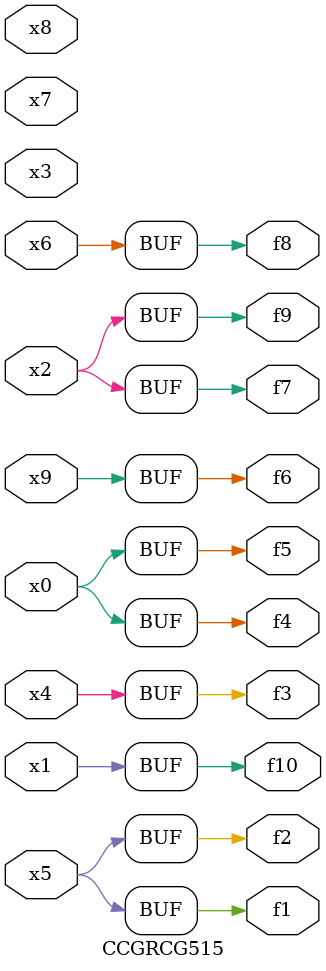
<source format=v>
module CCGRCG515(
	input x0, x1, x2, x3, x4, x5, x6, x7, x8, x9,
	output f1, f2, f3, f4, f5, f6, f7, f8, f9, f10
);
	assign f1 = x5;
	assign f2 = x5;
	assign f3 = x4;
	assign f4 = x0;
	assign f5 = x0;
	assign f6 = x9;
	assign f7 = x2;
	assign f8 = x6;
	assign f9 = x2;
	assign f10 = x1;
endmodule

</source>
